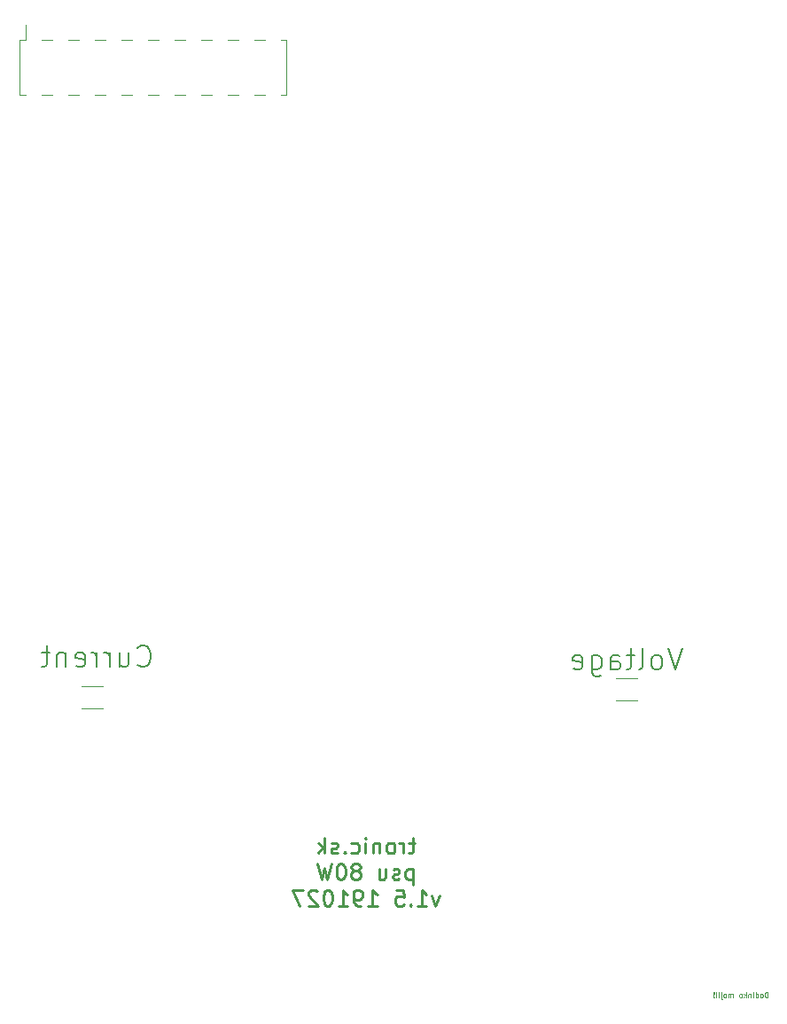
<source format=gbo>
G04 #@! TF.FileFunction,Legend,Bot*
%FSLAX46Y46*%
G04 Gerber Fmt 4.6, Leading zero omitted, Abs format (unit mm)*
G04 Created by KiCad (PCBNEW 4.0.7) date 11/11/19 23:51:16*
%MOMM*%
%LPD*%
G01*
G04 APERTURE LIST*
%ADD10C,0.100000*%
%ADD11C,0.150000*%
%ADD12C,0.250000*%
%ADD13C,0.120000*%
G04 APERTURE END LIST*
D10*
X246296332Y-128369190D02*
X246296332Y-127869190D01*
X246177285Y-127869190D01*
X246105856Y-127893000D01*
X246058237Y-127940619D01*
X246034428Y-127988238D01*
X246010618Y-128083476D01*
X246010618Y-128154905D01*
X246034428Y-128250143D01*
X246058237Y-128297762D01*
X246105856Y-128345381D01*
X246177285Y-128369190D01*
X246296332Y-128369190D01*
X245724904Y-128369190D02*
X245772523Y-128345381D01*
X245796332Y-128321571D01*
X245820142Y-128273952D01*
X245820142Y-128131095D01*
X245796332Y-128083476D01*
X245772523Y-128059667D01*
X245724904Y-128035857D01*
X245653475Y-128035857D01*
X245605856Y-128059667D01*
X245582047Y-128083476D01*
X245558237Y-128131095D01*
X245558237Y-128273952D01*
X245582047Y-128321571D01*
X245605856Y-128345381D01*
X245653475Y-128369190D01*
X245724904Y-128369190D01*
X245129666Y-128369190D02*
X245129666Y-127869190D01*
X245129666Y-128345381D02*
X245177285Y-128369190D01*
X245272523Y-128369190D01*
X245320142Y-128345381D01*
X245343951Y-128321571D01*
X245367761Y-128273952D01*
X245367761Y-128131095D01*
X245343951Y-128083476D01*
X245320142Y-128059667D01*
X245272523Y-128035857D01*
X245177285Y-128035857D01*
X245129666Y-128059667D01*
X244891570Y-128369190D02*
X244891570Y-128035857D01*
X244891570Y-127869190D02*
X244915380Y-127893000D01*
X244891570Y-127916810D01*
X244867761Y-127893000D01*
X244891570Y-127869190D01*
X244891570Y-127916810D01*
X244653475Y-128035857D02*
X244653475Y-128369190D01*
X244653475Y-128083476D02*
X244629666Y-128059667D01*
X244582047Y-128035857D01*
X244510618Y-128035857D01*
X244462999Y-128059667D01*
X244439190Y-128107286D01*
X244439190Y-128369190D01*
X244201094Y-128369190D02*
X244201094Y-127869190D01*
X244153475Y-128178714D02*
X244010618Y-128369190D01*
X244010618Y-128035857D02*
X244201094Y-128226333D01*
X243724904Y-128369190D02*
X243772523Y-128345381D01*
X243796332Y-128321571D01*
X243820142Y-128273952D01*
X243820142Y-128131095D01*
X243796332Y-128083476D01*
X243772523Y-128059667D01*
X243724904Y-128035857D01*
X243653475Y-128035857D01*
X243605856Y-128059667D01*
X243582047Y-128083476D01*
X243558237Y-128131095D01*
X243558237Y-128273952D01*
X243582047Y-128321571D01*
X243605856Y-128345381D01*
X243653475Y-128369190D01*
X243724904Y-128369190D01*
X242962999Y-128369190D02*
X242962999Y-128035857D01*
X242962999Y-128083476D02*
X242939190Y-128059667D01*
X242891571Y-128035857D01*
X242820142Y-128035857D01*
X242772523Y-128059667D01*
X242748714Y-128107286D01*
X242748714Y-128369190D01*
X242748714Y-128107286D02*
X242724904Y-128059667D01*
X242677285Y-128035857D01*
X242605857Y-128035857D01*
X242558237Y-128059667D01*
X242534428Y-128107286D01*
X242534428Y-128369190D01*
X242224904Y-128369190D02*
X242272523Y-128345381D01*
X242296332Y-128321571D01*
X242320142Y-128273952D01*
X242320142Y-128131095D01*
X242296332Y-128083476D01*
X242272523Y-128059667D01*
X242224904Y-128035857D01*
X242153475Y-128035857D01*
X242105856Y-128059667D01*
X242082047Y-128083476D01*
X242058237Y-128131095D01*
X242058237Y-128273952D01*
X242082047Y-128321571D01*
X242105856Y-128345381D01*
X242153475Y-128369190D01*
X242224904Y-128369190D01*
X241843951Y-128035857D02*
X241843951Y-128464429D01*
X241867761Y-128512048D01*
X241915380Y-128535857D01*
X241939189Y-128535857D01*
X241843951Y-127869190D02*
X241867761Y-127893000D01*
X241843951Y-127916810D01*
X241820142Y-127893000D01*
X241843951Y-127869190D01*
X241843951Y-127916810D01*
X241605856Y-128321571D02*
X241582047Y-128345381D01*
X241605856Y-128369190D01*
X241629666Y-128345381D01*
X241605856Y-128321571D01*
X241605856Y-128369190D01*
X241605856Y-128178714D02*
X241629666Y-127893000D01*
X241605856Y-127869190D01*
X241582047Y-127893000D01*
X241605856Y-128178714D01*
X241605856Y-127869190D01*
X241367761Y-128321571D02*
X241343952Y-128345381D01*
X241367761Y-128369190D01*
X241391571Y-128345381D01*
X241367761Y-128321571D01*
X241367761Y-128369190D01*
X241367761Y-128178714D02*
X241391571Y-127893000D01*
X241367761Y-127869190D01*
X241343952Y-127893000D01*
X241367761Y-128178714D01*
X241367761Y-127869190D01*
X241129666Y-128321571D02*
X241105857Y-128345381D01*
X241129666Y-128369190D01*
X241153476Y-128345381D01*
X241129666Y-128321571D01*
X241129666Y-128369190D01*
X241129666Y-128178714D02*
X241153476Y-127893000D01*
X241129666Y-127869190D01*
X241105857Y-127893000D01*
X241129666Y-128178714D01*
X241129666Y-127869190D01*
D11*
X186102142Y-96599286D02*
X186197380Y-96694524D01*
X186483095Y-96789762D01*
X186673571Y-96789762D01*
X186959285Y-96694524D01*
X187149761Y-96504048D01*
X187245000Y-96313571D01*
X187340238Y-95932619D01*
X187340238Y-95646905D01*
X187245000Y-95265952D01*
X187149761Y-95075476D01*
X186959285Y-94885000D01*
X186673571Y-94789762D01*
X186483095Y-94789762D01*
X186197380Y-94885000D01*
X186102142Y-94980238D01*
X184387857Y-95456429D02*
X184387857Y-96789762D01*
X185245000Y-95456429D02*
X185245000Y-96504048D01*
X185149761Y-96694524D01*
X184959285Y-96789762D01*
X184673571Y-96789762D01*
X184483095Y-96694524D01*
X184387857Y-96599286D01*
X183435476Y-96789762D02*
X183435476Y-95456429D01*
X183435476Y-95837381D02*
X183340237Y-95646905D01*
X183244999Y-95551667D01*
X183054523Y-95456429D01*
X182864047Y-95456429D01*
X182197381Y-96789762D02*
X182197381Y-95456429D01*
X182197381Y-95837381D02*
X182102142Y-95646905D01*
X182006904Y-95551667D01*
X181816428Y-95456429D01*
X181625952Y-95456429D01*
X180197381Y-96694524D02*
X180387857Y-96789762D01*
X180768809Y-96789762D01*
X180959286Y-96694524D01*
X181054524Y-96504048D01*
X181054524Y-95742143D01*
X180959286Y-95551667D01*
X180768809Y-95456429D01*
X180387857Y-95456429D01*
X180197381Y-95551667D01*
X180102143Y-95742143D01*
X180102143Y-95932619D01*
X181054524Y-96123095D01*
X179245000Y-95456429D02*
X179245000Y-96789762D01*
X179245000Y-95646905D02*
X179149761Y-95551667D01*
X178959285Y-95456429D01*
X178673571Y-95456429D01*
X178483095Y-95551667D01*
X178387857Y-95742143D01*
X178387857Y-96789762D01*
X177721190Y-95456429D02*
X176959285Y-95456429D01*
X177435476Y-94789762D02*
X177435476Y-96504048D01*
X177340237Y-96694524D01*
X177149761Y-96789762D01*
X176959285Y-96789762D01*
X238124334Y-95043762D02*
X237457667Y-97043762D01*
X236791000Y-95043762D01*
X235838619Y-97043762D02*
X236029095Y-96948524D01*
X236124334Y-96853286D01*
X236219572Y-96662810D01*
X236219572Y-96091381D01*
X236124334Y-95900905D01*
X236029095Y-95805667D01*
X235838619Y-95710429D01*
X235552905Y-95710429D01*
X235362429Y-95805667D01*
X235267191Y-95900905D01*
X235171953Y-96091381D01*
X235171953Y-96662810D01*
X235267191Y-96853286D01*
X235362429Y-96948524D01*
X235552905Y-97043762D01*
X235838619Y-97043762D01*
X234029095Y-97043762D02*
X234219571Y-96948524D01*
X234314810Y-96758048D01*
X234314810Y-95043762D01*
X233552905Y-95710429D02*
X232791000Y-95710429D01*
X233267191Y-95043762D02*
X233267191Y-96758048D01*
X233171952Y-96948524D01*
X232981476Y-97043762D01*
X232791000Y-97043762D01*
X231267191Y-97043762D02*
X231267191Y-95996143D01*
X231362429Y-95805667D01*
X231552905Y-95710429D01*
X231933857Y-95710429D01*
X232124334Y-95805667D01*
X231267191Y-96948524D02*
X231457667Y-97043762D01*
X231933857Y-97043762D01*
X232124334Y-96948524D01*
X232219572Y-96758048D01*
X232219572Y-96567571D01*
X232124334Y-96377095D01*
X231933857Y-96281857D01*
X231457667Y-96281857D01*
X231267191Y-96186619D01*
X229457667Y-95710429D02*
X229457667Y-97329476D01*
X229552905Y-97519952D01*
X229648143Y-97615190D01*
X229838619Y-97710429D01*
X230124333Y-97710429D01*
X230314810Y-97615190D01*
X229457667Y-96948524D02*
X229648143Y-97043762D01*
X230029095Y-97043762D01*
X230219571Y-96948524D01*
X230314810Y-96853286D01*
X230410048Y-96662810D01*
X230410048Y-96091381D01*
X230314810Y-95900905D01*
X230219571Y-95805667D01*
X230029095Y-95710429D01*
X229648143Y-95710429D01*
X229457667Y-95805667D01*
X227743381Y-96948524D02*
X227933857Y-97043762D01*
X228314809Y-97043762D01*
X228505286Y-96948524D01*
X228600524Y-96758048D01*
X228600524Y-95996143D01*
X228505286Y-95805667D01*
X228314809Y-95710429D01*
X227933857Y-95710429D01*
X227743381Y-95805667D01*
X227648143Y-95996143D01*
X227648143Y-96186619D01*
X228600524Y-96377095D01*
D12*
X212577572Y-113612171D02*
X212006143Y-113612171D01*
X212363286Y-113112171D02*
X212363286Y-114397886D01*
X212291858Y-114540743D01*
X212149000Y-114612171D01*
X212006143Y-114612171D01*
X211506143Y-114612171D02*
X211506143Y-113612171D01*
X211506143Y-113897886D02*
X211434715Y-113755029D01*
X211363286Y-113683600D01*
X211220429Y-113612171D01*
X211077572Y-113612171D01*
X210363286Y-114612171D02*
X210506144Y-114540743D01*
X210577572Y-114469314D01*
X210649001Y-114326457D01*
X210649001Y-113897886D01*
X210577572Y-113755029D01*
X210506144Y-113683600D01*
X210363286Y-113612171D01*
X210149001Y-113612171D01*
X210006144Y-113683600D01*
X209934715Y-113755029D01*
X209863286Y-113897886D01*
X209863286Y-114326457D01*
X209934715Y-114469314D01*
X210006144Y-114540743D01*
X210149001Y-114612171D01*
X210363286Y-114612171D01*
X209220429Y-113612171D02*
X209220429Y-114612171D01*
X209220429Y-113755029D02*
X209149001Y-113683600D01*
X209006143Y-113612171D01*
X208791858Y-113612171D01*
X208649001Y-113683600D01*
X208577572Y-113826457D01*
X208577572Y-114612171D01*
X207863286Y-114612171D02*
X207863286Y-113612171D01*
X207863286Y-113112171D02*
X207934715Y-113183600D01*
X207863286Y-113255029D01*
X207791858Y-113183600D01*
X207863286Y-113112171D01*
X207863286Y-113255029D01*
X206506143Y-114540743D02*
X206649000Y-114612171D01*
X206934714Y-114612171D01*
X207077572Y-114540743D01*
X207149000Y-114469314D01*
X207220429Y-114326457D01*
X207220429Y-113897886D01*
X207149000Y-113755029D01*
X207077572Y-113683600D01*
X206934714Y-113612171D01*
X206649000Y-113612171D01*
X206506143Y-113683600D01*
X205863286Y-114469314D02*
X205791858Y-114540743D01*
X205863286Y-114612171D01*
X205934715Y-114540743D01*
X205863286Y-114469314D01*
X205863286Y-114612171D01*
X205220429Y-114540743D02*
X205077572Y-114612171D01*
X204791857Y-114612171D01*
X204649000Y-114540743D01*
X204577572Y-114397886D01*
X204577572Y-114326457D01*
X204649000Y-114183600D01*
X204791857Y-114112171D01*
X205006143Y-114112171D01*
X205149000Y-114040743D01*
X205220429Y-113897886D01*
X205220429Y-113826457D01*
X205149000Y-113683600D01*
X205006143Y-113612171D01*
X204791857Y-113612171D01*
X204649000Y-113683600D01*
X203934714Y-114612171D02*
X203934714Y-113112171D01*
X203791857Y-114040743D02*
X203363286Y-114612171D01*
X203363286Y-113612171D02*
X203934714Y-114183600D01*
X212363285Y-116112171D02*
X212363285Y-117612171D01*
X212363285Y-116183600D02*
X212220428Y-116112171D01*
X211934714Y-116112171D01*
X211791857Y-116183600D01*
X211720428Y-116255029D01*
X211648999Y-116397886D01*
X211648999Y-116826457D01*
X211720428Y-116969314D01*
X211791857Y-117040743D01*
X211934714Y-117112171D01*
X212220428Y-117112171D01*
X212363285Y-117040743D01*
X211077571Y-117040743D02*
X210934714Y-117112171D01*
X210648999Y-117112171D01*
X210506142Y-117040743D01*
X210434714Y-116897886D01*
X210434714Y-116826457D01*
X210506142Y-116683600D01*
X210648999Y-116612171D01*
X210863285Y-116612171D01*
X211006142Y-116540743D01*
X211077571Y-116397886D01*
X211077571Y-116326457D01*
X211006142Y-116183600D01*
X210863285Y-116112171D01*
X210648999Y-116112171D01*
X210506142Y-116183600D01*
X209148999Y-116112171D02*
X209148999Y-117112171D01*
X209791856Y-116112171D02*
X209791856Y-116897886D01*
X209720428Y-117040743D01*
X209577570Y-117112171D01*
X209363285Y-117112171D01*
X209220428Y-117040743D01*
X209148999Y-116969314D01*
X207077570Y-116255029D02*
X207220428Y-116183600D01*
X207291856Y-116112171D01*
X207363285Y-115969314D01*
X207363285Y-115897886D01*
X207291856Y-115755029D01*
X207220428Y-115683600D01*
X207077570Y-115612171D01*
X206791856Y-115612171D01*
X206648999Y-115683600D01*
X206577570Y-115755029D01*
X206506142Y-115897886D01*
X206506142Y-115969314D01*
X206577570Y-116112171D01*
X206648999Y-116183600D01*
X206791856Y-116255029D01*
X207077570Y-116255029D01*
X207220428Y-116326457D01*
X207291856Y-116397886D01*
X207363285Y-116540743D01*
X207363285Y-116826457D01*
X207291856Y-116969314D01*
X207220428Y-117040743D01*
X207077570Y-117112171D01*
X206791856Y-117112171D01*
X206648999Y-117040743D01*
X206577570Y-116969314D01*
X206506142Y-116826457D01*
X206506142Y-116540743D01*
X206577570Y-116397886D01*
X206648999Y-116326457D01*
X206791856Y-116255029D01*
X205577571Y-115612171D02*
X205434714Y-115612171D01*
X205291857Y-115683600D01*
X205220428Y-115755029D01*
X205148999Y-115897886D01*
X205077571Y-116183600D01*
X205077571Y-116540743D01*
X205148999Y-116826457D01*
X205220428Y-116969314D01*
X205291857Y-117040743D01*
X205434714Y-117112171D01*
X205577571Y-117112171D01*
X205720428Y-117040743D01*
X205791857Y-116969314D01*
X205863285Y-116826457D01*
X205934714Y-116540743D01*
X205934714Y-116183600D01*
X205863285Y-115897886D01*
X205791857Y-115755029D01*
X205720428Y-115683600D01*
X205577571Y-115612171D01*
X204577571Y-115612171D02*
X204220428Y-117112171D01*
X203934714Y-116040743D01*
X203649000Y-117112171D01*
X203291857Y-115612171D01*
X214898998Y-118612171D02*
X214541855Y-119612171D01*
X214184713Y-118612171D01*
X212827570Y-119612171D02*
X213684713Y-119612171D01*
X213256141Y-119612171D02*
X213256141Y-118112171D01*
X213398998Y-118326457D01*
X213541856Y-118469314D01*
X213684713Y-118540743D01*
X212184713Y-119469314D02*
X212113285Y-119540743D01*
X212184713Y-119612171D01*
X212256142Y-119540743D01*
X212184713Y-119469314D01*
X212184713Y-119612171D01*
X210756141Y-118112171D02*
X211470427Y-118112171D01*
X211541856Y-118826457D01*
X211470427Y-118755029D01*
X211327570Y-118683600D01*
X210970427Y-118683600D01*
X210827570Y-118755029D01*
X210756141Y-118826457D01*
X210684713Y-118969314D01*
X210684713Y-119326457D01*
X210756141Y-119469314D01*
X210827570Y-119540743D01*
X210970427Y-119612171D01*
X211327570Y-119612171D01*
X211470427Y-119540743D01*
X211541856Y-119469314D01*
X208113285Y-119612171D02*
X208970428Y-119612171D01*
X208541856Y-119612171D02*
X208541856Y-118112171D01*
X208684713Y-118326457D01*
X208827571Y-118469314D01*
X208970428Y-118540743D01*
X207399000Y-119612171D02*
X207113285Y-119612171D01*
X206970428Y-119540743D01*
X206899000Y-119469314D01*
X206756142Y-119255029D01*
X206684714Y-118969314D01*
X206684714Y-118397886D01*
X206756142Y-118255029D01*
X206827571Y-118183600D01*
X206970428Y-118112171D01*
X207256142Y-118112171D01*
X207399000Y-118183600D01*
X207470428Y-118255029D01*
X207541857Y-118397886D01*
X207541857Y-118755029D01*
X207470428Y-118897886D01*
X207399000Y-118969314D01*
X207256142Y-119040743D01*
X206970428Y-119040743D01*
X206827571Y-118969314D01*
X206756142Y-118897886D01*
X206684714Y-118755029D01*
X205256143Y-119612171D02*
X206113286Y-119612171D01*
X205684714Y-119612171D02*
X205684714Y-118112171D01*
X205827571Y-118326457D01*
X205970429Y-118469314D01*
X206113286Y-118540743D01*
X204327572Y-118112171D02*
X204184715Y-118112171D01*
X204041858Y-118183600D01*
X203970429Y-118255029D01*
X203899000Y-118397886D01*
X203827572Y-118683600D01*
X203827572Y-119040743D01*
X203899000Y-119326457D01*
X203970429Y-119469314D01*
X204041858Y-119540743D01*
X204184715Y-119612171D01*
X204327572Y-119612171D01*
X204470429Y-119540743D01*
X204541858Y-119469314D01*
X204613286Y-119326457D01*
X204684715Y-119040743D01*
X204684715Y-118683600D01*
X204613286Y-118397886D01*
X204541858Y-118255029D01*
X204470429Y-118183600D01*
X204327572Y-118112171D01*
X203256144Y-118255029D02*
X203184715Y-118183600D01*
X203041858Y-118112171D01*
X202684715Y-118112171D01*
X202541858Y-118183600D01*
X202470429Y-118255029D01*
X202399001Y-118397886D01*
X202399001Y-118540743D01*
X202470429Y-118755029D01*
X203327572Y-119612171D01*
X202399001Y-119612171D01*
X201899001Y-118112171D02*
X200899001Y-118112171D01*
X201541858Y-119612171D01*
D13*
X182737000Y-98625000D02*
X180737000Y-98625000D01*
X180737000Y-100765000D02*
X182737000Y-100765000D01*
X231791000Y-100003000D02*
X233791000Y-100003000D01*
X233791000Y-97863000D02*
X231791000Y-97863000D01*
X174793600Y-36947800D02*
X174793600Y-42147800D01*
X200313600Y-36947800D02*
X200313600Y-42147800D01*
X175363600Y-35507800D02*
X175363600Y-36947800D01*
X174793600Y-36947800D02*
X175363600Y-36947800D01*
X174793600Y-42147800D02*
X175363600Y-42147800D01*
X199743600Y-36947800D02*
X200313600Y-36947800D01*
X199743600Y-42147800D02*
X200313600Y-42147800D01*
X176883600Y-36947800D02*
X177903600Y-36947800D01*
X176883600Y-42147800D02*
X177903600Y-42147800D01*
X179423600Y-36947800D02*
X180443600Y-36947800D01*
X179423600Y-42147800D02*
X180443600Y-42147800D01*
X181963600Y-36947800D02*
X182983600Y-36947800D01*
X181963600Y-42147800D02*
X182983600Y-42147800D01*
X184503600Y-36947800D02*
X185523600Y-36947800D01*
X184503600Y-42147800D02*
X185523600Y-42147800D01*
X187043600Y-36947800D02*
X188063600Y-36947800D01*
X187043600Y-42147800D02*
X188063600Y-42147800D01*
X189583600Y-36947800D02*
X190603600Y-36947800D01*
X189583600Y-42147800D02*
X190603600Y-42147800D01*
X192123600Y-36947800D02*
X193143600Y-36947800D01*
X192123600Y-42147800D02*
X193143600Y-42147800D01*
X194663600Y-36947800D02*
X195683600Y-36947800D01*
X194663600Y-42147800D02*
X195683600Y-42147800D01*
X197203600Y-36947800D02*
X198223600Y-36947800D01*
X197203600Y-42147800D02*
X198223600Y-42147800D01*
M02*

</source>
